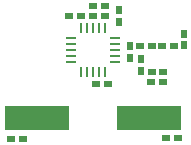
<source format=gtp>
*%FSLAX24Y24*%
*%MOIN*%
G01*
%ADD11C,0.0010*%
%ADD12C,0.0030*%
%ADD13C,0.0050*%
%ADD14C,0.0060*%
%ADD15C,0.0073*%
%ADD16C,0.0080*%
%ADD17C,0.0100*%
%ADD18C,0.0120*%
%ADD19C,0.0200*%
%ADD20C,0.0250*%
%ADD21C,0.0300*%
%ADD22C,0.0320*%
%ADD23C,0.0400*%
%ADD24C,0.0500*%
%ADD25C,0.0560*%
%ADD26C,0.0620*%
%ADD27C,0.0700*%
%ADD28C,0.0800*%
%ADD29R,0.0098X0.0331*%
%ADD30R,0.0178X0.0411*%
%ADD31R,0.0200X0.0250*%
%ADD32R,0.0250X0.0200*%
%ADD33R,0.0280X0.0330*%
%ADD34R,0.0330X0.0280*%
%ADD35R,0.0331X0.0098*%
%ADD36R,0.0411X0.0178*%
%ADD37R,0.0620X0.0620*%
%ADD38R,0.0700X0.0700*%
%ADD39R,0.2165X0.0787*%
%ADD40R,0.2245X0.0867*%
D29*
X277867Y119767D02*
D03*
X278064D02*
D03*
X278261D02*
D03*
X278458D02*
D03*
X278655D02*
D03*
Y121256D02*
D03*
X278458D02*
D03*
X278261D02*
D03*
X278064D02*
D03*
X277867D02*
D03*
D31*
X279120Y121450D02*
D03*
Y121844D02*
D03*
X279850Y119810D02*
D03*
Y120204D02*
D03*
X279510Y120236D02*
D03*
Y120630D02*
D03*
X281280Y120665D02*
D03*
Y121059D02*
D03*
D32*
X280610Y119785D02*
D03*
X280216D02*
D03*
X278262Y121970D02*
D03*
X278655D02*
D03*
X278744Y119389D02*
D03*
X278350D02*
D03*
X280708Y117579D02*
D03*
X281102D02*
D03*
X275534Y117559D02*
D03*
X275928D02*
D03*
X280234Y120640D02*
D03*
X279840D02*
D03*
X278260Y121640D02*
D03*
X278654D02*
D03*
X277476D02*
D03*
X277870D02*
D03*
X280595Y119445D02*
D03*
X280201Y119445D02*
D03*
X280576Y120640D02*
D03*
X280970D02*
D03*
D35*
X277512Y120910D02*
D03*
Y120713D02*
D03*
Y120516D02*
D03*
Y120319D02*
D03*
Y120123D02*
D03*
X279010D02*
D03*
Y120319D02*
D03*
Y120516D02*
D03*
Y120713D02*
D03*
Y120910D02*
D03*
D39*
X276395Y118229D02*
D03*
X280136D02*
D03*
M02*

</source>
